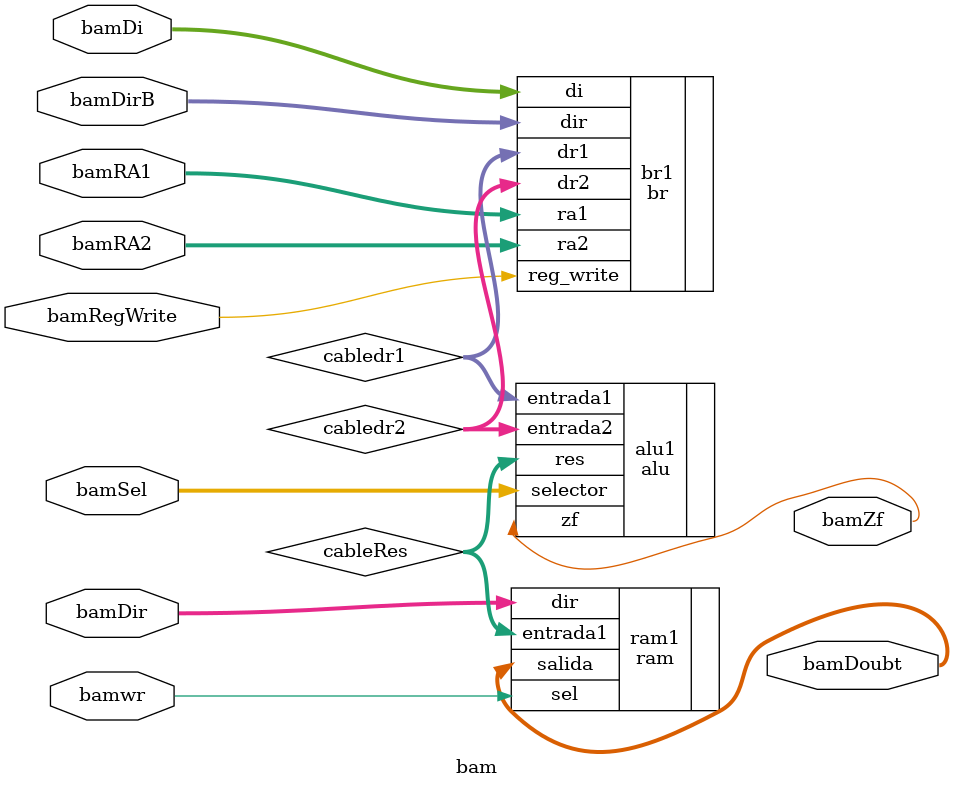
<source format=v>
module bam(
    input bamwr,
    input [4:0] bamDir,
    input [2:0] bamSel,
    input [4:0] bamRA1,
    input [4:0] bamRA2,
    input [31:0] bamDi,
    input [4:0] bamDirB,
    input bamRegWrite,
    output bamZf,
    output [31:0] bamDoubt
);

wire [31:0] cabledr1, cabledr2,cableRes; 

br br1(
    .ra1(bamRA1),
    .ra2(bamRA2),
    .di(bamDi),
    .dir(bamDirB),
    .reg_write(bamRegWrite),
    .dr1(cabledr1),
    .dr2(cabledr2)
);

alu alu1(
    .entrada1(cabledr1),
    .entrada2(cabledr2),
    .selector(bamSel),
    .res(cableRes),
    .zf(bamZf)
);

ram ram1(
    .dir(bamDir),
    .entrada1(cableRes),
    .sel(bamwr),
    .salida(bamDoubt)
);

endmodule
	

</source>
